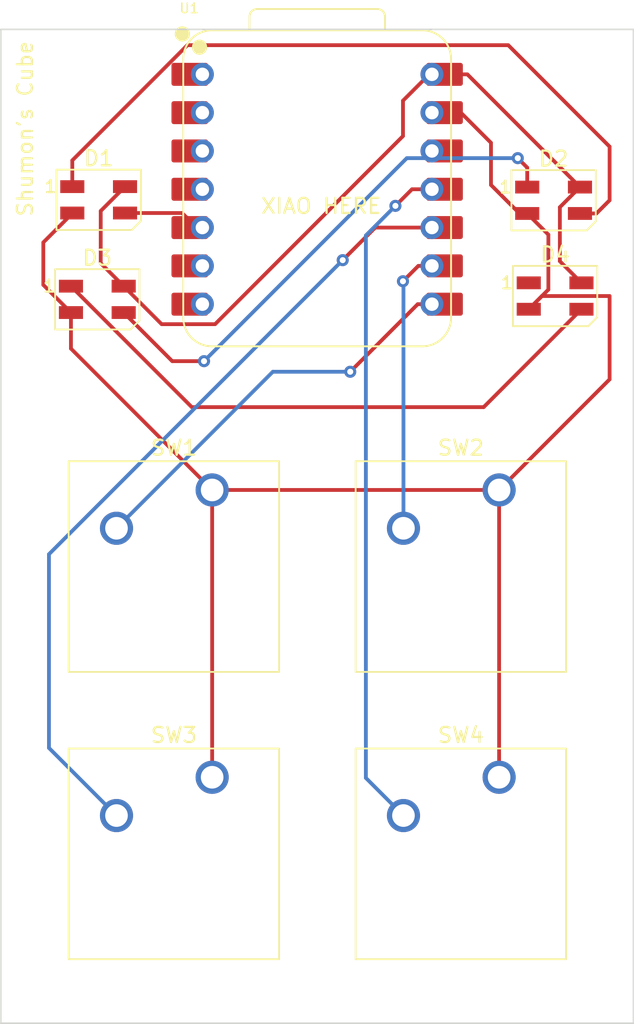
<source format=kicad_pcb>
(kicad_pcb (version 20241229) (generator "pcbnew") (generator_version "9.0")
  (layers (0 "F.Cu" signal) (2 "B.Cu" signal) (13 "F.Paste" user) (15 "B.Paste" user) (5 "F.SilkS" user "F.Silkscreen") (7 "B.SilkS" user "B.Silkscreen") (1 "F.Mask" user) (3 "B.Mask" user) (25 "Edge.Cuts" user))
  (net 0 "")
  (net 1 "Net-(D1-DOUT)")
  (net 2 "+5V")
  (net 3 "GND")
  (net 4 "Net-(D1-DIN)")
  (net 5 "Net-(D2-DOUT)")
  (net 6 "Net-(U1-GPIO1{slash}RX)")
  (net 7 "Net-(U1-GPIO2{slash}SCK)")
  (net 8 "Net-(U1-GPIO4{slash}MISO)")
  (net 9 "Net-(U1-GPIO3{slash}MOSI)")
  (net 17 "Net-(D3-DOUT)")
  (footprint "Button_Switch_Keyboard:SW_Cherry_MX_1.00u_PCB" (layer "F.Cu") (at 162.08375 87.78875)
    (property "Reference" "SW4" (at -2.54 -2.794 0) (layer "F.SilkS"))
    (property "Value" "SW_Push")
    (fp_line (start -9.525 -1.905) (end 4.445 -1.905) (stroke (width 0.12)) (layer "F.SilkS"))
    (fp_line (start -9.525 12.065) (end -9.525 -1.905) (stroke (width 0.12)) (layer "F.SilkS"))
    (fp_line (start 4.445 -1.905) (end 4.445 12.065) (stroke (width 0.12)) (layer "F.SilkS"))
    (fp_line (start 4.445 12.065) (end -9.525 12.065) (stroke (width 0.12)) (layer "F.SilkS"))
    (pad "" np_thru_hole circle (at -7.62 5.08) (size 1.7 1.7) (drill 1.7) (layers "*.Cu" "*.Mask"))
    (pad "" np_thru_hole circle (at -2.54 5.08) (size 4 4) (drill 4) (layers "*.Cu" "*.Mask"))
    (pad "" np_thru_hole circle (at 2.54 5.08) (size 1.7 1.7) (drill 1.7) (layers "*.Cu" "*.Mask"))
    (pad "1" thru_hole circle (at 0 0) (size 2.2 2.2) (drill 1.5) (layers "*.Cu" "*.Mask") (net 3 "GND"))
    (pad "2" thru_hole circle (at -6.35 2.54) (size 2.2 2.2) (drill 1.5) (layers "*.Cu" "*.Mask") (net 9 "Net-(U1-GPIO3{slash}MOSI)"))
  )
  (footprint "LED_SMD:LED_SK6812MINI_PLCC4_3.5x3.5mm_P1.75mm" (layer "F.Cu") (at 135.5 49.5)
    (property "Reference" "D1" (at 0 -2.75 0) (layer "F.SilkS"))
    (property "Value" "SK6812MINI")
    (fp_line (start -2.8 -2) (end -2.8 2) (stroke (width 0.12)) (layer "F.SilkS"))
    (fp_line (start -2.8 -2) (end 2.8 -2) (stroke (width 0.12)) (layer "F.SilkS"))
    (fp_line (start -2.8 2) (end 2.2 2) (stroke (width 0.12)) (layer "F.SilkS"))
    (fp_line (start 2.8 1.4) (end 2.2 2) (stroke (width 0.12)) (layer "F.SilkS"))
    (fp_line (start 2.8 1.4) (end 2.8 -2) (stroke (width 0.12)) (layer "F.SilkS"))
    (fp_text user "1" (at -3.2 -0.875 0) (layer "F.SilkS") (effects (font (size 0.8 0.8))))
    (pad "1" smd rect (at -1.75 -0.875) (size 1.6 0.85) (layers "F.Cu" "F.Mask" "F.Paste") (net 1 "Net-(D1-DOUT)"))
    (pad "2" smd rect (at -1.75 0.875) (size 1.6 0.85) (layers "F.Cu" "F.Mask" "F.Paste") (net 3 "GND"))
    (pad "3" smd rect (at 1.75 0.875) (size 1.6 0.85) (layers "F.Cu" "F.Mask" "F.Paste") (net 4 "Net-(D1-DIN)"))
    (pad "4" smd rect (at 1.75 -0.875) (size 1.6 0.85) (layers "F.Cu" "F.Mask" "F.Paste") (net 2 "+5V"))
  )
  (footprint "Button_Switch_Keyboard:SW_Cherry_MX_1.00u_PCB" (layer "F.Cu") (at 143.03375 87.78875)
    (property "Reference" "SW3" (at -2.54 -2.794 0) (layer "F.SilkS"))
    (property "Value" "SW_Push")
    (fp_line (start -9.525 -1.905) (end 4.445 -1.905) (stroke (width 0.12)) (layer "F.SilkS"))
    (fp_line (start -9.525 12.065) (end -9.525 -1.905) (stroke (width 0.12)) (layer "F.SilkS"))
    (fp_line (start 4.445 -1.905) (end 4.445 12.065) (stroke (width 0.12)) (layer "F.SilkS"))
    (fp_line (start 4.445 12.065) (end -9.525 12.065) (stroke (width 0.12)) (layer "F.SilkS"))
    (pad "" np_thru_hole circle (at -7.62 5.08) (size 1.7 1.7) (drill 1.7) (layers "*.Cu" "*.Mask"))
    (pad "" np_thru_hole circle (at -2.54 5.08) (size 4 4) (drill 4) (layers "*.Cu" "*.Mask"))
    (pad "" np_thru_hole circle (at 2.54 5.08) (size 1.7 1.7) (drill 1.7) (layers "*.Cu" "*.Mask"))
    (pad "1" thru_hole circle (at 0 0) (size 2.2 2.2) (drill 1.5) (layers "*.Cu" "*.Mask") (net 3 "GND"))
    (pad "2" thru_hole circle (at -6.35 2.54) (size 2.2 2.2) (drill 1.5) (layers "*.Cu" "*.Mask") (net 8 "Net-(U1-GPIO4{slash}MISO)"))
  )
  (footprint "LED_SMD:LED_SK6812MINI_PLCC4_3.5x3.5mm_P1.75mm" (layer "F.Cu") (at 135.41 56.1)
    (property "Reference" "D3" (at 0 -2.75 0) (layer "F.SilkS"))
    (property "Value" "SK6812MINI")
    (fp_line (start -2.8 -2) (end -2.8 2) (stroke (width 0.12)) (layer "F.SilkS"))
    (fp_line (start -2.8 -2) (end 2.8 -2) (stroke (width 0.12)) (layer "F.SilkS"))
    (fp_line (start -2.8 2) (end 2.2 2) (stroke (width 0.12)) (layer "F.SilkS"))
    (fp_line (start 2.8 1.4) (end 2.2 2) (stroke (width 0.12)) (layer "F.SilkS"))
    (fp_line (start 2.8 1.4) (end 2.8 -2) (stroke (width 0.12)) (layer "F.SilkS"))
    (fp_text user "1" (at -3.2 -0.875 0) (layer "F.SilkS") (effects (font (size 0.8 0.8))))
    (pad "1" smd rect (at -1.75 -0.875) (size 1.6 0.85) (layers "F.Cu" "F.Mask" "F.Paste") (net 17 "Net-(D3-DOUT)"))
    (pad "2" smd rect (at -1.75 0.875) (size 1.6 0.85) (layers "F.Cu" "F.Mask" "F.Paste") (net 3 "GND"))
    (pad "3" smd rect (at 1.75 0.875) (size 1.6 0.85) (layers "F.Cu" "F.Mask" "F.Paste") (net 5 "Net-(D2-DOUT)"))
    (pad "4" smd rect (at 1.75 -0.875) (size 1.6 0.85) (layers "F.Cu" "F.Mask" "F.Paste") (net 2 "+5V"))
  )
  (footprint "OPL:XIAO-RP2040-DIP" (layer "F.Cu") (at 150.0045 48.8)
    (property "Reference" "U1" (at -8.5 -12 0) (layer "F.SilkS") (effects (font (size 0.635 0.635) (thickness 0.1016))))
    (property "Value" "XIAO-RP2040-DIP")
    (fp_line (start -8.89 8.509) (end -8.89 -8.636) (stroke (width 0.127)) (layer "F.SilkS"))
    (fp_line (start -6.985 10.414) (end 6.985 10.414) (stroke (width 0.127)) (layer "F.SilkS"))
    (fp_line (start -4.495 -10.541) (end -4.491272 -11.451272) (stroke (width 0.127)) (layer "F.SilkS"))
    (fp_line (start -3.991272 -11.951) (end 4.004 -11.951) (stroke (width 0.127)) (layer "F.SilkS"))
    (fp_line (start 4.504 -11.451) (end 4.504 -10.541) (stroke (width 0.127)) (layer "F.SilkS"))
    (fp_line (start 6.985 -10.541) (end -6.985 -10.541) (stroke (width 0.1)) (layer "F.SilkS"))
    (fp_line (start 6.985 -10.541) (end -6.985 -10.541) (stroke (width 0.127)) (layer "F.SilkS"))
    (fp_line (start 8.89 8.509) (end 8.89 -8.636) (stroke (width 0.127)) (layer "F.SilkS"))
    (fp_arc (start -8.89 -8.636) (mid -8.332038 -9.983038) (end -6.985 -10.541) (stroke (width 0.127)) (layer "F.SilkS"))
    (fp_arc (start -6.985 10.414) (mid -8.332038 9.856038) (end -8.89 8.509) (stroke (width 0.127)) (layer "F.SilkS"))
    (fp_arc (start -4.491272 -11.451272) (mid -4.344728 -11.80464) (end -3.991272 -11.951) (stroke (width 0.127)) (layer "F.SilkS"))
    (fp_arc (start 4.004 -11.951) (mid 4.357553 -11.804553) (end 4.504 -11.451) (stroke (width 0.127)) (layer "F.SilkS"))
    (fp_arc (start 6.985 -10.541) (mid 8.332038 -9.983038) (end 8.89 -8.636) (stroke (width 0.127)) (layer "F.SilkS"))
    (fp_arc (start 8.89 8.509) (mid 8.332038 9.856038) (end 6.985 10.414) (stroke (width 0.127)) (layer "F.SilkS"))
    (fp_circle (center -8.95 -10.3) (end -8.95 -10.554) (stroke (width 0.5)) (fill yes) (layer "F.SilkS"))
    (fp_circle (center -7.807 -9.42) (end -7.807 -9.674) (stroke (width 0.5)) (fill yes) (layer "F.SilkS"))
    (pad "1" smd roundrect (at -8.455 -7.62 180) (size 2.432 1.524) (layers "F.Cu" "F.Mask") (roundrect_rratio 0.1))
    (pad "1" thru_hole circle (at -7.62 -7.62 180) (size 1.524 1.524) (drill 0.889) (layers "*.Cu" "*.Mask"))
    (pad "2" smd roundrect (at -8.455 -5.08 180) (size 2.432 1.524) (layers "F.Cu" "F.Mask") (roundrect_rratio 0.1))
    (pad "2" thru_hole circle (at -7.62 -5.08 180) (size 1.524 1.524) (drill 0.889) (layers "*.Cu" "*.Mask"))
    (pad "3" smd roundrect (at -8.455 -2.54 180) (size 2.432 1.524) (layers "F.Cu" "F.Mask") (roundrect_rratio 0.1))
    (pad "3" thru_hole circle (at -7.62 -2.54 180) (size 1.524 1.524) (drill 0.889) (layers "*.Cu" "*.Mask"))
    (pad "4" smd roundrect (at -8.455 0 180) (size 2.432 1.524) (layers "F.Cu" "F.Mask") (roundrect_rratio 0.1))
    (pad "4" thru_hole circle (at -7.62 0 180) (size 1.524 1.524) (drill 0.889) (layers "*.Cu" "*.Mask"))
    (pad "5" smd roundrect (at -8.455 2.54 180) (size 2.432 1.524) (layers "F.Cu" "F.Mask") (roundrect_rratio 0.1) (net 4 "Net-(D1-DIN)"))
    (pad "5" thru_hole circle (at -7.62 2.54 180) (size 1.524 1.524) (drill 0.889) (layers "*.Cu" "*.Mask") (net 4 "Net-(D1-DIN)"))
    (pad "6" smd roundrect (at -8.455 5.08 180) (size 2.432 1.524) (layers "F.Cu" "F.Mask") (roundrect_rratio 0.1))
    (pad "6" thru_hole circle (at -7.62 5.08 180) (size 1.524 1.524) (drill 0.889) (layers "*.Cu" "*.Mask"))
    (pad "7" smd roundrect (at -8.455 7.62 180) (size 2.432 1.524) (layers "F.Cu" "F.Mask") (roundrect_rratio 0.1))
    (pad "7" thru_hole circle (at -7.62 7.62 180) (size 1.524 1.524) (drill 0.889) (layers "*.Cu" "*.Mask"))
    (pad "8" thru_hole circle (at 7.62 7.62) (size 1.524 1.524) (drill 0.889) (layers "*.Cu" "*.Mask") (net 6 "Net-(U1-GPIO1{slash}RX)"))
    (pad "8" smd roundrect (at 8.455 7.62) (size 2.432 1.524) (layers "F.Cu" "F.Mask") (roundrect_rratio 0.1) (net 6 "Net-(U1-GPIO1{slash}RX)"))
    (pad "9" thru_hole circle (at 7.62 5.08) (size 1.524 1.524) (drill 0.889) (layers "*.Cu" "*.Mask") (net 7 "Net-(U1-GPIO2{slash}SCK)"))
    (pad "9" smd roundrect (at 8.455 5.08) (size 2.432 1.524) (layers "F.Cu" "F.Mask") (roundrect_rratio 0.1) (net 7 "Net-(U1-GPIO2{slash}SCK)"))
    (pad "10" thru_hole circle (at 7.62 2.54) (size 1.524 1.524) (drill 0.889) (layers "*.Cu" "*.Mask") (net 8 "Net-(U1-GPIO4{slash}MISO)"))
    (pad "10" smd roundrect (at 8.455 2.54) (size 2.432 1.524) (layers "F.Cu" "F.Mask") (roundrect_rratio 0.1) (net 8 "Net-(U1-GPIO4{slash}MISO)"))
    (pad "11" thru_hole circle (at 7.62 0) (size 1.524 1.524) (drill 0.889) (layers "*.Cu" "*.Mask") (net 9 "Net-(U1-GPIO3{slash}MOSI)"))
    (pad "11" smd roundrect (at 8.455 0) (size 2.432 1.524) (layers "F.Cu" "F.Mask") (roundrect_rratio 0.1) (net 9 "Net-(U1-GPIO3{slash}MOSI)"))
    (pad "12" thru_hole circle (at 7.62 -2.54) (size 1.524 1.524) (drill 0.889) (layers "*.Cu" "*.Mask"))
    (pad "12" smd roundrect (at 8.455 -2.54) (size 2.432 1.524) (layers "F.Cu" "F.Mask") (roundrect_rratio 0.1))
    (pad "13" thru_hole circle (at 7.62 -5.08) (size 1.524 1.524) (drill 0.889) (layers "*.Cu" "*.Mask") (net 3 "GND"))
    (pad "13" smd roundrect (at 8.455 -5.08) (size 2.432 1.524) (layers "F.Cu" "F.Mask") (roundrect_rratio 0.1) (net 3 "GND"))
    (pad "14" thru_hole circle (at 7.62 -7.62) (size 1.524 1.524) (drill 0.889) (layers "*.Cu" "*.Mask") (net 2 "+5V"))
    (pad "14" smd roundrect (at 8.455 -7.62) (size 2.432 1.524) (layers "F.Cu" "F.Mask") (roundrect_rratio 0.1) (net 2 "+5V"))
  )
  (footprint "LED_SMD:LED_SK6812MINI_PLCC4_3.5x3.5mm_P1.75mm" (layer "F.Cu") (at 165.7 49.53)
    (property "Reference" "D2" (at 0 -2.75 0) (layer "F.SilkS"))
    (property "Value" "SK6812MINI")
    (fp_line (start -2.8 -2) (end -2.8 2) (stroke (width 0.12)) (layer "F.SilkS"))
    (fp_line (start -2.8 -2) (end 2.8 -2) (stroke (width 0.12)) (layer "F.SilkS"))
    (fp_line (start -2.8 2) (end 2.2 2) (stroke (width 0.12)) (layer "F.SilkS"))
    (fp_line (start 2.8 1.4) (end 2.2 2) (stroke (width 0.12)) (layer "F.SilkS"))
    (fp_line (start 2.8 1.4) (end 2.8 -2) (stroke (width 0.12)) (layer "F.SilkS"))
    (fp_text user "1" (at -3.2 -0.875 0) (layer "F.SilkS") (effects (font (size 0.8 0.8))))
    (pad "1" smd rect (at -1.75 -0.875) (size 1.6 0.85) (layers "F.Cu" "F.Mask" "F.Paste") (net 5 "Net-(D2-DOUT)"))
    (pad "2" smd rect (at -1.75 0.875) (size 1.6 0.85) (layers "F.Cu" "F.Mask" "F.Paste") (net 3 "GND"))
    (pad "3" smd rect (at 1.75 0.875) (size 1.6 0.85) (layers "F.Cu" "F.Mask" "F.Paste") (net 1 "Net-(D1-DOUT)"))
    (pad "4" smd rect (at 1.75 -0.875) (size 1.6 0.85) (layers "F.Cu" "F.Mask" "F.Paste") (net 2 "+5V"))
  )
  (footprint "Button_Switch_Keyboard:SW_Cherry_MX_1.00u_PCB" (layer "F.Cu") (at 162.08375 68.73875)
    (property "Reference" "SW2" (at -2.54 -2.794 0) (layer "F.SilkS"))
    (property "Value" "SW_Push")
    (fp_line (start -9.525 -1.905) (end 4.445 -1.905) (stroke (width 0.12)) (layer "F.SilkS"))
    (fp_line (start -9.525 12.065) (end -9.525 -1.905) (stroke (width 0.12)) (layer "F.SilkS"))
    (fp_line (start 4.445 -1.905) (end 4.445 12.065) (stroke (width 0.12)) (layer "F.SilkS"))
    (fp_line (start 4.445 12.065) (end -9.525 12.065) (stroke (width 0.12)) (layer "F.SilkS"))
    (pad "" np_thru_hole circle (at -7.62 5.08) (size 1.7 1.7) (drill 1.7) (layers "*.Cu" "*.Mask"))
    (pad "" np_thru_hole circle (at -2.54 5.08) (size 4 4) (drill 4) (layers "*.Cu" "*.Mask"))
    (pad "" np_thru_hole circle (at 2.54 5.08) (size 1.7 1.7) (drill 1.7) (layers "*.Cu" "*.Mask"))
    (pad "1" thru_hole circle (at 0 0) (size 2.2 2.2) (drill 1.5) (layers "*.Cu" "*.Mask") (net 3 "GND"))
    (pad "2" thru_hole circle (at -6.35 2.54) (size 2.2 2.2) (drill 1.5) (layers "*.Cu" "*.Mask") (net 7 "Net-(U1-GPIO2{slash}SCK)"))
  )
  (footprint "Button_Switch_Keyboard:SW_Cherry_MX_1.00u_PCB" (layer "F.Cu") (at 143.03375 68.73875)
    (property "Reference" "SW1" (at -2.54 -2.794 0) (layer "F.SilkS"))
    (property "Value" "SW_Push")
    (fp_line (start -9.525 -1.905) (end 4.445 -1.905) (stroke (width 0.12)) (layer "F.SilkS"))
    (fp_line (start -9.525 12.065) (end -9.525 -1.905) (stroke (width 0.12)) (layer "F.SilkS"))
    (fp_line (start 4.445 -1.905) (end 4.445 12.065) (stroke (width 0.12)) (layer "F.SilkS"))
    (fp_line (start 4.445 12.065) (end -9.525 12.065) (stroke (width 0.12)) (layer "F.SilkS"))
    (pad "" np_thru_hole circle (at -7.62 5.08) (size 1.7 1.7) (drill 1.7) (layers "*.Cu" "*.Mask"))
    (pad "" np_thru_hole circle (at -2.54 5.08) (size 4 4) (drill 4) (layers "*.Cu" "*.Mask"))
    (pad "" np_thru_hole circle (at 2.54 5.08) (size 1.7 1.7) (drill 1.7) (layers "*.Cu" "*.Mask"))
    (pad "1" thru_hole circle (at 0 0) (size 2.2 2.2) (drill 1.5) (layers "*.Cu" "*.Mask") (net 3 "GND"))
    (pad "2" thru_hole circle (at -6.35 2.54) (size 2.2 2.2) (drill 1.5) (layers "*.Cu" "*.Mask") (net 6 "Net-(U1-GPIO1{slash}RX)"))
  )
  (footprint "LED_SMD:LED_SK6812MINI_PLCC4_3.5x3.5mm_P1.75mm" (layer "F.Cu") (at 165.8 55.88)
    (property "Reference" "D4" (at 0 -2.75 0) (layer "F.SilkS"))
    (property "Value" "SK6812MINI")
    (fp_line (start -2.8 -2) (end -2.8 2) (stroke (width 0.12)) (layer "F.SilkS"))
    (fp_line (start -2.8 -2) (end 2.8 -2) (stroke (width 0.12)) (layer "F.SilkS"))
    (fp_line (start -2.8 2) (end 2.2 2) (stroke (width 0.12)) (layer "F.SilkS"))
    (fp_line (start 2.8 1.4) (end 2.2 2) (stroke (width 0.12)) (layer "F.SilkS"))
    (fp_line (start 2.8 1.4) (end 2.8 -2) (stroke (width 0.12)) (layer "F.SilkS"))
    (fp_text user "1" (at -3.2 -0.875 0) (layer "F.SilkS") (effects (font (size 0.8 0.8))))
    (pad "1" smd rect (at -1.75 -0.875) (size 1.6 0.85) (layers "F.Cu" "F.Mask" "F.Paste"))
    (pad "2" smd rect (at -1.75 0.875) (size 1.6 0.85) (layers "F.Cu" "F.Mask" "F.Paste") (net 3 "GND"))
    (pad "3" smd rect (at 1.75 0.875) (size 1.6 0.85) (layers "F.Cu" "F.Mask" "F.Paste") (net 17 "Net-(D3-DOUT)"))
    (pad "4" smd rect (at 1.75 -0.875) (size 1.6 0.85) (layers "F.Cu" "F.Mask" "F.Paste") (net 2 "+5V"))
  )
  (gr_rect (start 129 38.2) (end 171 104.1) (stroke (width 0.1)) (fill no) (layer "Edge.Cuts"))
  (gr_text "XIAO HERE" (at 146.2 50.5 0) (layer "F.SilkS") (effects (font (size 1 1)) (justify left bottom)))
  (gr_text "Shumon's Cube" (at 131.2 50.7 90) (layer "F.SilkS") (effects (font (size 1 1)) (justify left bottom)))
  (segment (start 169.418 45.974) (end 169.418 49.53) (width 0.25) (layer "F.Cu") (net 1))
  (segment (start 169.418 49.53) (end 168.543 50.405) (width 0.25) (layer "F.Cu") (net 1))
  (segment (start 133.75 46.884088) (end 141.388088 39.246) (width 0.25) (layer "F.Cu") (net 1))
  (segment (start 168.543 50.405) (end 167.45 50.405) (width 0.25) (layer "F.Cu") (net 1))
  (segment (start 162.69 39.246) (end 169.418 45.974) (width 0.25) (layer "F.Cu") (net 1))
  (segment (start 133.75 48.625) (end 133.75 46.884088) (width 0.25) (layer "F.Cu") (net 1))
  (segment (start 141.388088 39.246) (end 162.69 39.246) (width 0.25) (layer "F.Cu") (net 1))
  (segment (start 167.45 48.655) (end 166.116 49.989) (width 0.25) (layer "F.Cu") (net 2))
  (segment (start 137.25 48.625) (end 135.636 50.239) (width 0.25) (layer "F.Cu") (net 2))
  (segment (start 135.636 53.701) (end 137.16 55.225) (width 0.25) (layer "F.Cu") (net 2))
  (segment (start 155.702 45.272912) (end 155.702 42.926) (width 0.25) (layer "F.Cu") (net 2))
  (segment (start 137.16 55.225) (end 139.681 57.746) (width 0.25) (layer "F.Cu") (net 2))
  (segment (start 139.681 57.746) (end 143.228912 57.746) (width 0.25) (layer "F.Cu") (net 2))
  (segment (start 155.702 42.926) (end 157.448 41.18) (width 0.25) (layer "F.Cu") (net 2))
  (segment (start 166.116 53.571) (end 167.55 55.005) (width 0.25) (layer "F.Cu") (net 2))
  (segment (start 159.975 41.18) (end 158.1695 41.18) (width 0.25) (layer "F.Cu") (net 2))
  (segment (start 157.448 41.18) (end 158.1695 41.18) (width 0.25) (layer "F.Cu") (net 2))
  (segment (start 143.228912 57.746) (end 155.702 45.272912) (width 0.25) (layer "F.Cu") (net 2))
  (segment (start 167.45 48.655) (end 159.975 41.18) (width 0.25) (layer "F.Cu") (net 2))
  (segment (start 166.116 49.989) (end 166.116 53.571) (width 0.25) (layer "F.Cu") (net 2))
  (segment (start 135.636 50.239) (end 135.636 53.701) (width 0.25) (layer "F.Cu") (net 2))
  (segment (start 131.826 55.141) (end 133.66 56.975) (width 0.25) (layer "F.Cu") (net 3))
  (segment (start 133.75 50.4) (end 131.826 52.324) (width 0.25) (layer "F.Cu") (net 3))
  (segment (start 161.544 48.514) (end 163.435 50.405) (width 0.25) (layer "F.Cu") (net 3))
  (segment (start 169.418 55.88) (end 169.418 61.4045) (width 0.25) (layer "F.Cu") (net 3))
  (segment (start 165.354 51.809) (end 165.354 55.451) (width 0.25) (layer "F.Cu") (net 3))
  (segment (start 131.826 52.324) (end 131.826 55.141) (width 0.25) (layer "F.Cu") (net 3))
  (segment (start 165.354 55.451) (end 164.05 56.755) (width 0.25) (layer "F.Cu") (net 3))
  (segment (start 143.03375 68.73875) (end 162.08375 68.73875) (width 0.25) (layer "F.Cu") (net 3))
  (segment (start 163.95 50.405) (end 165.354 51.809) (width 0.25) (layer "F.Cu") (net 3))
  (segment (start 159.5445 43.72) (end 161.544 45.7195) (width 0.25) (layer "F.Cu") (net 3))
  (segment (start 133.66 56.975) (end 133.66 59.365) (width 0.25) (layer "F.Cu") (net 3))
  (segment (start 162.08375 87.78875) (end 162.08375 68.73875) (width 0.25) (layer "F.Cu") (net 3))
  (segment (start 163.435 50.405) (end 163.95 50.405) (width 0.25) (layer "F.Cu") (net 3))
  (segment (start 169.418 61.4045) (end 162.08375 68.73875) (width 0.25) (layer "F.Cu") (net 3))
  (segment (start 133.75 50.375) (end 133.75 50.4) (width 0.25) (layer "F.Cu") (net 3))
  (segment (start 133.66 59.365) (end 143.03375 68.73875) (width 0.25) (layer "F.Cu") (net 3))
  (segment (start 161.544 45.7195) (end 161.544 48.514) (width 0.25) (layer "F.Cu") (net 3))
  (segment (start 158.1695 43.72) (end 159.5445 43.72) (width 0.25) (layer "F.Cu") (net 3))
  (segment (start 143.03375 68.73875) (end 143.03375 87.78875) (width 0.25) (layer "F.Cu") (net 3))
  (segment (start 164.05 56.755) (end 164.925 55.88) (width 0.25) (layer "F.Cu") (net 3))
  (segment (start 164.925 55.88) (end 169.418 55.88) (width 0.25) (layer "F.Cu") (net 3))
  (segment (start 141.0395 50.375) (end 142.0045 51.34) (width 0.25) (layer "F.Cu") (net 4))
  (segment (start 137.25 50.375) (end 141.0395 50.375) (width 0.25) (layer "F.Cu") (net 4))
  (segment (start 140.383 60.198) (end 137.16 56.975) (width 0.25) (layer "F.Cu") (net 5))
  (segment (start 142.494 60.198) (end 140.383 60.198) (width 0.25) (layer "F.Cu") (net 5))
  (segment (start 163.95 47.364) (end 163.322 46.736) (width 0.25) (layer "F.Cu") (net 5))
  (segment (start 163.95 48.655) (end 163.95 47.364) (width 0.25) (layer "F.Cu") (net 5))
  (via (at 163.322 46.736) (size 0.8) (drill 0.4) (layers "F.Cu" "B.Cu") (net 5))
  (via (at 142.494 60.198) (size 0.8) (drill 0.4) (layers "F.Cu" "B.Cu") (net 5))
  (segment (start 163.322 46.736) (end 155.956 46.736) (width 0.25) (layer "B.Cu") (net 5))
  (segment (start 155.956 46.736) (end 142.494 60.198) (width 0.25) (layer "B.Cu") (net 5))
  (segment (start 156.68 56.42) (end 152.2 60.9) (width 0.25) (layer "F.Cu") (net 6))
  (segment (start 158.1695 56.42) (end 156.68 56.42) (width 0.25) (layer "F.Cu") (net 6))
  (via (at 152.2 60.9) (size 0.8) (drill 0.4) (layers "F.Cu" "B.Cu") (net 6))
  (segment (start 152.2 60.9) (end 147.0625 60.9) (width 0.25) (layer "B.Cu") (net 6))
  (segment (start 147.0625 60.9) (end 136.68375 71.27875) (width 0.25) (layer "B.Cu") (net 6))
  (segment (start 158.1695 53.88) (end 156.72 53.88) (width 0.25) (layer "F.Cu") (net 7))
  (segment (start 156.72 53.88) (end 155.7 54.9) (width 0.25) (layer "F.Cu") (net 7))
  (via (at 155.7 54.9) (size 0.8) (drill 0.4) (layers "F.Cu" "B.Cu") (net 7))
  (segment (start 155.73375 54.93375) (end 155.73375 71.27875) (width 0.25) (layer "B.Cu") (net 7))
  (segment (start 155.7 54.9) (end 155.73375 54.93375) (width 0.25) (layer "B.Cu") (net 7))
  (segment (start 153.86 51.34) (end 151.7 53.5) (width 0.25) (layer "F.Cu") (net 8))
  (segment (start 158.1695 51.34) (end 153.86 51.34) (width 0.25) (layer "F.Cu") (net 8))
  (via (at 151.7 53.5) (size 0.8) (drill 0.4) (layers "F.Cu" "B.Cu") (net 8))
  (segment (start 132.2 73) (end 132.2 85.845) (width 0.25) (layer "B.Cu") (net 8))
  (segment (start 132.2 85.845) (end 136.68375 90.32875) (width 0.25) (layer "B.Cu") (net 8))
  (segment (start 151.7 53.5) (end 132.2 73) (width 0.25) (layer "B.Cu") (net 8))
  (segment (start 156.3 48.8) (end 155.2 49.9) (width 0.25) (layer "F.Cu") (net 9))
  (segment (start 158.1695 48.8) (end 156.3 48.8) (width 0.25) (layer "F.Cu") (net 9))
  (via (at 155.2 49.9) (size 0.8) (drill 0.4) (layers "F.Cu" "B.Cu") (net 9))
  (segment (start 153.23775 51.86225) (end 153.23775 87.83275) (width 0.25) (layer "B.Cu") (net 9))
  (segment (start 153.23775 87.83275) (end 155.73375 90.32875) (width 0.25) (layer "B.Cu") (net 9))
  (segment (start 155.2 49.9) (end 153.23775 51.86225) (width 0.25) (layer "B.Cu") (net 9))
  (segment (start 161.059 63.246) (end 167.55 56.755) (width 0.25) (layer "F.Cu") (net 17))
  (segment (start 133.66 55.225) (end 141.681 63.246) (width 0.25) (layer "F.Cu") (net 17))
  (segment (start 141.681 63.246) (end 161.059 63.246) (width 0.25) (layer "F.Cu") (net 17))
)
</source>
